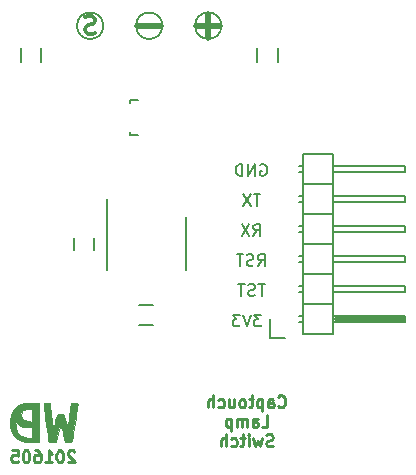
<source format=gbr>
G04 #@! TF.FileFunction,Legend,Bot*
%FSLAX46Y46*%
G04 Gerber Fmt 4.6, Leading zero omitted, Abs format (unit mm)*
G04 Created by KiCad (PCBNEW 4.0.2-stable) date Fri May 27 18:17:46 2016*
%MOMM*%
G01*
G04 APERTURE LIST*
%ADD10C,0.100000*%
%ADD11C,0.200000*%
%ADD12C,0.250000*%
%ADD13C,0.300000*%
%ADD14C,0.500000*%
%ADD15C,0.150000*%
%ADD16C,0.010000*%
G04 APERTURE END LIST*
D10*
D11*
X74421904Y-32268000D02*
X74517142Y-32220381D01*
X74659999Y-32220381D01*
X74802857Y-32268000D01*
X74898095Y-32363238D01*
X74945714Y-32458476D01*
X74993333Y-32648952D01*
X74993333Y-32791810D01*
X74945714Y-32982286D01*
X74898095Y-33077524D01*
X74802857Y-33172762D01*
X74659999Y-33220381D01*
X74564761Y-33220381D01*
X74421904Y-33172762D01*
X74374285Y-33125143D01*
X74374285Y-32791810D01*
X74564761Y-32791810D01*
X73945714Y-33220381D02*
X73945714Y-32220381D01*
X73374285Y-33220381D01*
X73374285Y-32220381D01*
X72898095Y-33220381D02*
X72898095Y-32220381D01*
X72660000Y-32220381D01*
X72517142Y-32268000D01*
X72421904Y-32363238D01*
X72374285Y-32458476D01*
X72326666Y-32648952D01*
X72326666Y-32791810D01*
X72374285Y-32982286D01*
X72421904Y-33077524D01*
X72517142Y-33172762D01*
X72660000Y-33220381D01*
X72898095Y-33220381D01*
X74421905Y-34760381D02*
X73850476Y-34760381D01*
X74136191Y-35760381D02*
X74136191Y-34760381D01*
X73612381Y-34760381D02*
X72945714Y-35760381D01*
X72945714Y-34760381D02*
X73612381Y-35760381D01*
X73826666Y-38300381D02*
X74160000Y-37824190D01*
X74398095Y-38300381D02*
X74398095Y-37300381D01*
X74017142Y-37300381D01*
X73921904Y-37348000D01*
X73874285Y-37395619D01*
X73826666Y-37490857D01*
X73826666Y-37633714D01*
X73874285Y-37728952D01*
X73921904Y-37776571D01*
X74017142Y-37824190D01*
X74398095Y-37824190D01*
X73493333Y-37300381D02*
X72826666Y-38300381D01*
X72826666Y-37300381D02*
X73493333Y-38300381D01*
X74207619Y-40840381D02*
X74540953Y-40364190D01*
X74779048Y-40840381D02*
X74779048Y-39840381D01*
X74398095Y-39840381D01*
X74302857Y-39888000D01*
X74255238Y-39935619D01*
X74207619Y-40030857D01*
X74207619Y-40173714D01*
X74255238Y-40268952D01*
X74302857Y-40316571D01*
X74398095Y-40364190D01*
X74779048Y-40364190D01*
X73826667Y-40792762D02*
X73683810Y-40840381D01*
X73445714Y-40840381D01*
X73350476Y-40792762D01*
X73302857Y-40745143D01*
X73255238Y-40649905D01*
X73255238Y-40554667D01*
X73302857Y-40459429D01*
X73350476Y-40411810D01*
X73445714Y-40364190D01*
X73636191Y-40316571D01*
X73731429Y-40268952D01*
X73779048Y-40221333D01*
X73826667Y-40126095D01*
X73826667Y-40030857D01*
X73779048Y-39935619D01*
X73731429Y-39888000D01*
X73636191Y-39840381D01*
X73398095Y-39840381D01*
X73255238Y-39888000D01*
X72969524Y-39840381D02*
X72398095Y-39840381D01*
X72683810Y-40840381D02*
X72683810Y-39840381D01*
X74802857Y-42380381D02*
X74231428Y-42380381D01*
X74517143Y-43380381D02*
X74517143Y-42380381D01*
X73945714Y-43332762D02*
X73802857Y-43380381D01*
X73564761Y-43380381D01*
X73469523Y-43332762D01*
X73421904Y-43285143D01*
X73374285Y-43189905D01*
X73374285Y-43094667D01*
X73421904Y-42999429D01*
X73469523Y-42951810D01*
X73564761Y-42904190D01*
X73755238Y-42856571D01*
X73850476Y-42808952D01*
X73898095Y-42761333D01*
X73945714Y-42666095D01*
X73945714Y-42570857D01*
X73898095Y-42475619D01*
X73850476Y-42428000D01*
X73755238Y-42380381D01*
X73517142Y-42380381D01*
X73374285Y-42428000D01*
X73088571Y-42380381D02*
X72517142Y-42380381D01*
X72802857Y-43380381D02*
X72802857Y-42380381D01*
X74488095Y-44952381D02*
X73869047Y-44952381D01*
X74202381Y-45333333D01*
X74059523Y-45333333D01*
X73964285Y-45380952D01*
X73916666Y-45428571D01*
X73869047Y-45523810D01*
X73869047Y-45761905D01*
X73916666Y-45857143D01*
X73964285Y-45904762D01*
X74059523Y-45952381D01*
X74345238Y-45952381D01*
X74440476Y-45904762D01*
X74488095Y-45857143D01*
X73583333Y-44952381D02*
X73250000Y-45952381D01*
X72916666Y-44952381D01*
X72678571Y-44952381D02*
X72059523Y-44952381D01*
X72392857Y-45333333D01*
X72249999Y-45333333D01*
X72154761Y-45380952D01*
X72107142Y-45428571D01*
X72059523Y-45523810D01*
X72059523Y-45761905D01*
X72107142Y-45857143D01*
X72154761Y-45904762D01*
X72249999Y-45952381D01*
X72535714Y-45952381D01*
X72630952Y-45904762D01*
X72678571Y-45857143D01*
D12*
X58666667Y-56547619D02*
X58619048Y-56500000D01*
X58523810Y-56452381D01*
X58285714Y-56452381D01*
X58190476Y-56500000D01*
X58142857Y-56547619D01*
X58095238Y-56642857D01*
X58095238Y-56738095D01*
X58142857Y-56880952D01*
X58714286Y-57452381D01*
X58095238Y-57452381D01*
X57476191Y-56452381D02*
X57380952Y-56452381D01*
X57285714Y-56500000D01*
X57238095Y-56547619D01*
X57190476Y-56642857D01*
X57142857Y-56833333D01*
X57142857Y-57071429D01*
X57190476Y-57261905D01*
X57238095Y-57357143D01*
X57285714Y-57404762D01*
X57380952Y-57452381D01*
X57476191Y-57452381D01*
X57571429Y-57404762D01*
X57619048Y-57357143D01*
X57666667Y-57261905D01*
X57714286Y-57071429D01*
X57714286Y-56833333D01*
X57666667Y-56642857D01*
X57619048Y-56547619D01*
X57571429Y-56500000D01*
X57476191Y-56452381D01*
X56190476Y-57452381D02*
X56761905Y-57452381D01*
X56476191Y-57452381D02*
X56476191Y-56452381D01*
X56571429Y-56595238D01*
X56666667Y-56690476D01*
X56761905Y-56738095D01*
X55333333Y-56452381D02*
X55523810Y-56452381D01*
X55619048Y-56500000D01*
X55666667Y-56547619D01*
X55761905Y-56690476D01*
X55809524Y-56880952D01*
X55809524Y-57261905D01*
X55761905Y-57357143D01*
X55714286Y-57404762D01*
X55619048Y-57452381D01*
X55428571Y-57452381D01*
X55333333Y-57404762D01*
X55285714Y-57357143D01*
X55238095Y-57261905D01*
X55238095Y-57023810D01*
X55285714Y-56928571D01*
X55333333Y-56880952D01*
X55428571Y-56833333D01*
X55619048Y-56833333D01*
X55714286Y-56880952D01*
X55761905Y-56928571D01*
X55809524Y-57023810D01*
X54619048Y-56452381D02*
X54523809Y-56452381D01*
X54428571Y-56500000D01*
X54380952Y-56547619D01*
X54333333Y-56642857D01*
X54285714Y-56833333D01*
X54285714Y-57071429D01*
X54333333Y-57261905D01*
X54380952Y-57357143D01*
X54428571Y-57404762D01*
X54523809Y-57452381D01*
X54619048Y-57452381D01*
X54714286Y-57404762D01*
X54761905Y-57357143D01*
X54809524Y-57261905D01*
X54857143Y-57071429D01*
X54857143Y-56833333D01*
X54809524Y-56642857D01*
X54761905Y-56547619D01*
X54714286Y-56500000D01*
X54619048Y-56452381D01*
X53380952Y-56452381D02*
X53857143Y-56452381D01*
X53904762Y-56928571D01*
X53857143Y-56880952D01*
X53761905Y-56833333D01*
X53523809Y-56833333D01*
X53428571Y-56880952D01*
X53380952Y-56928571D01*
X53333333Y-57023810D01*
X53333333Y-57261905D01*
X53380952Y-57357143D01*
X53428571Y-57404762D01*
X53523809Y-57452381D01*
X53761905Y-57452381D01*
X53857143Y-57404762D01*
X53904762Y-57357143D01*
X75916667Y-52707143D02*
X75964286Y-52754762D01*
X76107143Y-52802381D01*
X76202381Y-52802381D01*
X76345239Y-52754762D01*
X76440477Y-52659524D01*
X76488096Y-52564286D01*
X76535715Y-52373810D01*
X76535715Y-52230952D01*
X76488096Y-52040476D01*
X76440477Y-51945238D01*
X76345239Y-51850000D01*
X76202381Y-51802381D01*
X76107143Y-51802381D01*
X75964286Y-51850000D01*
X75916667Y-51897619D01*
X75059524Y-52802381D02*
X75059524Y-52278571D01*
X75107143Y-52183333D01*
X75202381Y-52135714D01*
X75392858Y-52135714D01*
X75488096Y-52183333D01*
X75059524Y-52754762D02*
X75154762Y-52802381D01*
X75392858Y-52802381D01*
X75488096Y-52754762D01*
X75535715Y-52659524D01*
X75535715Y-52564286D01*
X75488096Y-52469048D01*
X75392858Y-52421429D01*
X75154762Y-52421429D01*
X75059524Y-52373810D01*
X74583334Y-52135714D02*
X74583334Y-53135714D01*
X74583334Y-52183333D02*
X74488096Y-52135714D01*
X74297619Y-52135714D01*
X74202381Y-52183333D01*
X74154762Y-52230952D01*
X74107143Y-52326190D01*
X74107143Y-52611905D01*
X74154762Y-52707143D01*
X74202381Y-52754762D01*
X74297619Y-52802381D01*
X74488096Y-52802381D01*
X74583334Y-52754762D01*
X73821429Y-52135714D02*
X73440477Y-52135714D01*
X73678572Y-51802381D02*
X73678572Y-52659524D01*
X73630953Y-52754762D01*
X73535715Y-52802381D01*
X73440477Y-52802381D01*
X72964286Y-52802381D02*
X73059524Y-52754762D01*
X73107143Y-52707143D01*
X73154762Y-52611905D01*
X73154762Y-52326190D01*
X73107143Y-52230952D01*
X73059524Y-52183333D01*
X72964286Y-52135714D01*
X72821428Y-52135714D01*
X72726190Y-52183333D01*
X72678571Y-52230952D01*
X72630952Y-52326190D01*
X72630952Y-52611905D01*
X72678571Y-52707143D01*
X72726190Y-52754762D01*
X72821428Y-52802381D01*
X72964286Y-52802381D01*
X71773809Y-52135714D02*
X71773809Y-52802381D01*
X72202381Y-52135714D02*
X72202381Y-52659524D01*
X72154762Y-52754762D01*
X72059524Y-52802381D01*
X71916666Y-52802381D01*
X71821428Y-52754762D01*
X71773809Y-52707143D01*
X70869047Y-52754762D02*
X70964285Y-52802381D01*
X71154762Y-52802381D01*
X71250000Y-52754762D01*
X71297619Y-52707143D01*
X71345238Y-52611905D01*
X71345238Y-52326190D01*
X71297619Y-52230952D01*
X71250000Y-52183333D01*
X71154762Y-52135714D01*
X70964285Y-52135714D01*
X70869047Y-52183333D01*
X70440476Y-52802381D02*
X70440476Y-51802381D01*
X70011904Y-52802381D02*
X70011904Y-52278571D01*
X70059523Y-52183333D01*
X70154761Y-52135714D01*
X70297619Y-52135714D01*
X70392857Y-52183333D01*
X70440476Y-52230952D01*
X74511904Y-54452381D02*
X74988095Y-54452381D01*
X74988095Y-53452381D01*
X73749999Y-54452381D02*
X73749999Y-53928571D01*
X73797618Y-53833333D01*
X73892856Y-53785714D01*
X74083333Y-53785714D01*
X74178571Y-53833333D01*
X73749999Y-54404762D02*
X73845237Y-54452381D01*
X74083333Y-54452381D01*
X74178571Y-54404762D01*
X74226190Y-54309524D01*
X74226190Y-54214286D01*
X74178571Y-54119048D01*
X74083333Y-54071429D01*
X73845237Y-54071429D01*
X73749999Y-54023810D01*
X73273809Y-54452381D02*
X73273809Y-53785714D01*
X73273809Y-53880952D02*
X73226190Y-53833333D01*
X73130952Y-53785714D01*
X72988094Y-53785714D01*
X72892856Y-53833333D01*
X72845237Y-53928571D01*
X72845237Y-54452381D01*
X72845237Y-53928571D02*
X72797618Y-53833333D01*
X72702380Y-53785714D01*
X72559523Y-53785714D01*
X72464285Y-53833333D01*
X72416666Y-53928571D01*
X72416666Y-54452381D01*
X71940476Y-53785714D02*
X71940476Y-54785714D01*
X71940476Y-53833333D02*
X71845238Y-53785714D01*
X71654761Y-53785714D01*
X71559523Y-53833333D01*
X71511904Y-53880952D01*
X71464285Y-53976190D01*
X71464285Y-54261905D01*
X71511904Y-54357143D01*
X71559523Y-54404762D01*
X71654761Y-54452381D01*
X71845238Y-54452381D01*
X71940476Y-54404762D01*
X75464286Y-56054762D02*
X75321429Y-56102381D01*
X75083333Y-56102381D01*
X74988095Y-56054762D01*
X74940476Y-56007143D01*
X74892857Y-55911905D01*
X74892857Y-55816667D01*
X74940476Y-55721429D01*
X74988095Y-55673810D01*
X75083333Y-55626190D01*
X75273810Y-55578571D01*
X75369048Y-55530952D01*
X75416667Y-55483333D01*
X75464286Y-55388095D01*
X75464286Y-55292857D01*
X75416667Y-55197619D01*
X75369048Y-55150000D01*
X75273810Y-55102381D01*
X75035714Y-55102381D01*
X74892857Y-55150000D01*
X74559524Y-55435714D02*
X74369048Y-56102381D01*
X74178571Y-55626190D01*
X73988095Y-56102381D01*
X73797619Y-55435714D01*
X73416667Y-56102381D02*
X73416667Y-55435714D01*
X73416667Y-55102381D02*
X73464286Y-55150000D01*
X73416667Y-55197619D01*
X73369048Y-55150000D01*
X73416667Y-55102381D01*
X73416667Y-55197619D01*
X73083334Y-55435714D02*
X72702382Y-55435714D01*
X72940477Y-55102381D02*
X72940477Y-55959524D01*
X72892858Y-56054762D01*
X72797620Y-56102381D01*
X72702382Y-56102381D01*
X71940476Y-56054762D02*
X72035714Y-56102381D01*
X72226191Y-56102381D01*
X72321429Y-56054762D01*
X72369048Y-56007143D01*
X72416667Y-55911905D01*
X72416667Y-55626190D01*
X72369048Y-55530952D01*
X72321429Y-55483333D01*
X72226191Y-55435714D01*
X72035714Y-55435714D01*
X71940476Y-55483333D01*
X71511905Y-56102381D02*
X71511905Y-55102381D01*
X71083333Y-56102381D02*
X71083333Y-55578571D01*
X71130952Y-55483333D01*
X71226190Y-55435714D01*
X71369048Y-55435714D01*
X71464286Y-55483333D01*
X71511905Y-55530952D01*
D13*
X60428571Y-21107143D02*
X60214285Y-21178571D01*
X59857142Y-21178571D01*
X59714285Y-21107143D01*
X59642856Y-21035714D01*
X59571428Y-20892857D01*
X59571428Y-20750000D01*
X59642856Y-20607143D01*
X59714285Y-20535714D01*
X59857142Y-20464286D01*
X60142856Y-20392857D01*
X60285714Y-20321429D01*
X60357142Y-20250000D01*
X60428571Y-20107143D01*
X60428571Y-19964286D01*
X60357142Y-19821429D01*
X60285714Y-19750000D01*
X60142856Y-19678571D01*
X59785714Y-19678571D01*
X59571428Y-19750000D01*
D11*
X61118034Y-20500000D02*
G75*
G03X61118034Y-20500000I-1118034J0D01*
G01*
D14*
X64000000Y-20500000D02*
X66000000Y-20500000D01*
D11*
X66118034Y-20500000D02*
G75*
G03X66118034Y-20500000I-1118034J0D01*
G01*
X71118034Y-20500000D02*
G75*
G03X71118034Y-20500000I-1118034J0D01*
G01*
D14*
X69000000Y-20500000D02*
X71000000Y-20500000D01*
X70000000Y-19500000D02*
X70000000Y-21500000D01*
D15*
X75200000Y-46920000D02*
X75200000Y-45370000D01*
X76500000Y-46920000D02*
X75200000Y-46920000D01*
X80691000Y-45497000D02*
X86533000Y-45497000D01*
X86533000Y-45497000D02*
X86533000Y-45243000D01*
X86533000Y-45243000D02*
X80691000Y-45243000D01*
X80691000Y-45243000D02*
X80691000Y-45370000D01*
X80691000Y-45370000D02*
X86533000Y-45370000D01*
X78024000Y-45624000D02*
X77643000Y-45624000D01*
X78024000Y-45116000D02*
X77643000Y-45116000D01*
X78024000Y-43084000D02*
X77643000Y-43084000D01*
X78024000Y-42576000D02*
X77643000Y-42576000D01*
X78024000Y-40544000D02*
X77643000Y-40544000D01*
X78024000Y-40036000D02*
X77643000Y-40036000D01*
X78024000Y-32416000D02*
X77643000Y-32416000D01*
X78024000Y-32924000D02*
X77643000Y-32924000D01*
X78024000Y-34956000D02*
X77643000Y-34956000D01*
X78024000Y-35464000D02*
X77643000Y-35464000D01*
X78024000Y-37496000D02*
X77643000Y-37496000D01*
X78024000Y-38004000D02*
X77643000Y-38004000D01*
X78024000Y-46640000D02*
X80564000Y-46640000D01*
X78024000Y-44100000D02*
X80564000Y-44100000D01*
X78024000Y-44100000D02*
X78024000Y-41560000D01*
X78024000Y-41560000D02*
X80564000Y-41560000D01*
X80564000Y-43084000D02*
X86660000Y-43084000D01*
X86660000Y-43084000D02*
X86660000Y-42576000D01*
X86660000Y-42576000D02*
X80564000Y-42576000D01*
X80564000Y-41560000D02*
X80564000Y-44100000D01*
X80564000Y-44100000D02*
X80564000Y-46640000D01*
X86660000Y-45116000D02*
X80564000Y-45116000D01*
X86660000Y-45624000D02*
X86660000Y-45116000D01*
X80564000Y-45624000D02*
X86660000Y-45624000D01*
X78024000Y-44100000D02*
X80564000Y-44100000D01*
X78024000Y-46640000D02*
X78024000Y-44100000D01*
X78024000Y-36480000D02*
X80564000Y-36480000D01*
X78024000Y-36480000D02*
X78024000Y-33940000D01*
X78024000Y-33940000D02*
X80564000Y-33940000D01*
X80564000Y-35464000D02*
X86660000Y-35464000D01*
X86660000Y-35464000D02*
X86660000Y-34956000D01*
X86660000Y-34956000D02*
X80564000Y-34956000D01*
X80564000Y-33940000D02*
X80564000Y-36480000D01*
X80564000Y-31400000D02*
X80564000Y-33940000D01*
X86660000Y-32416000D02*
X80564000Y-32416000D01*
X86660000Y-32924000D02*
X86660000Y-32416000D01*
X80564000Y-32924000D02*
X86660000Y-32924000D01*
X78024000Y-31400000D02*
X80564000Y-31400000D01*
X78024000Y-33940000D02*
X78024000Y-31400000D01*
X78024000Y-33940000D02*
X80564000Y-33940000D01*
X78024000Y-39020000D02*
X80564000Y-39020000D01*
X78024000Y-39020000D02*
X78024000Y-36480000D01*
X78024000Y-36480000D02*
X80564000Y-36480000D01*
X80564000Y-38004000D02*
X86660000Y-38004000D01*
X86660000Y-38004000D02*
X86660000Y-37496000D01*
X86660000Y-37496000D02*
X80564000Y-37496000D01*
X80564000Y-36480000D02*
X80564000Y-39020000D01*
X80564000Y-39020000D02*
X80564000Y-41560000D01*
X86660000Y-40036000D02*
X80564000Y-40036000D01*
X86660000Y-40544000D02*
X86660000Y-40036000D01*
X80564000Y-40544000D02*
X86660000Y-40544000D01*
X78024000Y-39020000D02*
X80564000Y-39020000D01*
X78024000Y-41560000D02*
X78024000Y-39020000D01*
X78024000Y-41560000D02*
X80564000Y-41560000D01*
X58650000Y-39500000D02*
X58650000Y-38500000D01*
X60350000Y-38500000D02*
X60350000Y-39500000D01*
X63349760Y-29549160D02*
X63349760Y-29500900D01*
X64050800Y-26750180D02*
X63349760Y-26750180D01*
X63349760Y-26750180D02*
X63349760Y-26999100D01*
X63349760Y-29549160D02*
X63349760Y-29749820D01*
X63349760Y-29749820D02*
X64050800Y-29749820D01*
X75875000Y-23550000D02*
X75875000Y-22350000D01*
X74125000Y-22350000D02*
X74125000Y-23550000D01*
X55875000Y-23600000D02*
X55875000Y-22400000D01*
X54125000Y-22400000D02*
X54125000Y-23600000D01*
X65350000Y-44125000D02*
X64150000Y-44125000D01*
X64150000Y-45875000D02*
X65350000Y-45875000D01*
X68150000Y-36725000D02*
X68150000Y-41175000D01*
X61400000Y-35200000D02*
X61400000Y-41175000D01*
D16*
G36*
X56171198Y-52424482D02*
X56121130Y-52467787D01*
X56095418Y-52561149D01*
X56093343Y-52723451D01*
X56114183Y-52973579D01*
X56157220Y-53330417D01*
X56221733Y-53812851D01*
X56278113Y-54226774D01*
X56340714Y-54688985D01*
X56395181Y-55094684D01*
X56438162Y-55418598D01*
X56466303Y-55635455D01*
X56476250Y-55719846D01*
X56546073Y-55737173D01*
X56719232Y-55735067D01*
X56773048Y-55731197D01*
X57069845Y-55706562D01*
X57262688Y-55012192D01*
X57350914Y-54712719D01*
X57427113Y-54487156D01*
X57480076Y-54367167D01*
X57494638Y-54356928D01*
X57531394Y-54446657D01*
X57595583Y-54652095D01*
X57675555Y-54935089D01*
X57706675Y-55051298D01*
X57879607Y-55706562D01*
X58165670Y-55730932D01*
X58357961Y-55734662D01*
X58448712Y-55674702D01*
X58493341Y-55511163D01*
X58496511Y-55492807D01*
X58530639Y-55282061D01*
X58578712Y-54971014D01*
X58636305Y-54589870D01*
X58698988Y-54168828D01*
X58762334Y-53738093D01*
X58821915Y-53327866D01*
X58873303Y-52968349D01*
X58912071Y-52689745D01*
X58933789Y-52522254D01*
X58936875Y-52489148D01*
X58869580Y-52441592D01*
X58713112Y-52416604D01*
X58535603Y-52416269D01*
X58405184Y-52442675D01*
X58377888Y-52472031D01*
X58365971Y-52569211D01*
X58335863Y-52791512D01*
X58291977Y-53106919D01*
X58238724Y-53483420D01*
X58232974Y-53523750D01*
X58091422Y-54515937D01*
X57954845Y-54039687D01*
X57877409Y-53772361D01*
X57814602Y-53560356D01*
X57784750Y-53464218D01*
X57690739Y-53397241D01*
X57505635Y-53365416D01*
X57480676Y-53365000D01*
X57339498Y-53371148D01*
X57248230Y-53411618D01*
X57182217Y-53519446D01*
X57116805Y-53727668D01*
X57066010Y-53920625D01*
X56989323Y-54191166D01*
X56920859Y-54388868D01*
X56874158Y-54475202D01*
X56870740Y-54476250D01*
X56844395Y-54402064D01*
X56808485Y-54199043D01*
X56767366Y-53896491D01*
X56725392Y-53523710D01*
X56717384Y-53444375D01*
X56615187Y-52412500D01*
X56347281Y-52412500D01*
X56246341Y-52412348D01*
X56171198Y-52424482D01*
X56171198Y-52424482D01*
G37*
X56171198Y-52424482D02*
X56121130Y-52467787D01*
X56095418Y-52561149D01*
X56093343Y-52723451D01*
X56114183Y-52973579D01*
X56157220Y-53330417D01*
X56221733Y-53812851D01*
X56278113Y-54226774D01*
X56340714Y-54688985D01*
X56395181Y-55094684D01*
X56438162Y-55418598D01*
X56466303Y-55635455D01*
X56476250Y-55719846D01*
X56546073Y-55737173D01*
X56719232Y-55735067D01*
X56773048Y-55731197D01*
X57069845Y-55706562D01*
X57262688Y-55012192D01*
X57350914Y-54712719D01*
X57427113Y-54487156D01*
X57480076Y-54367167D01*
X57494638Y-54356928D01*
X57531394Y-54446657D01*
X57595583Y-54652095D01*
X57675555Y-54935089D01*
X57706675Y-55051298D01*
X57879607Y-55706562D01*
X58165670Y-55730932D01*
X58357961Y-55734662D01*
X58448712Y-55674702D01*
X58493341Y-55511163D01*
X58496511Y-55492807D01*
X58530639Y-55282061D01*
X58578712Y-54971014D01*
X58636305Y-54589870D01*
X58698988Y-54168828D01*
X58762334Y-53738093D01*
X58821915Y-53327866D01*
X58873303Y-52968349D01*
X58912071Y-52689745D01*
X58933789Y-52522254D01*
X58936875Y-52489148D01*
X58869580Y-52441592D01*
X58713112Y-52416604D01*
X58535603Y-52416269D01*
X58405184Y-52442675D01*
X58377888Y-52472031D01*
X58365971Y-52569211D01*
X58335863Y-52791512D01*
X58291977Y-53106919D01*
X58238724Y-53483420D01*
X58232974Y-53523750D01*
X58091422Y-54515937D01*
X57954845Y-54039687D01*
X57877409Y-53772361D01*
X57814602Y-53560356D01*
X57784750Y-53464218D01*
X57690739Y-53397241D01*
X57505635Y-53365416D01*
X57480676Y-53365000D01*
X57339498Y-53371148D01*
X57248230Y-53411618D01*
X57182217Y-53519446D01*
X57116805Y-53727668D01*
X57066010Y-53920625D01*
X56989323Y-54191166D01*
X56920859Y-54388868D01*
X56874158Y-54475202D01*
X56870740Y-54476250D01*
X56844395Y-54402064D01*
X56808485Y-54199043D01*
X56767366Y-53896491D01*
X56725392Y-53523710D01*
X56717384Y-53444375D01*
X56615187Y-52412500D01*
X56347281Y-52412500D01*
X56246341Y-52412348D01*
X56171198Y-52424482D01*
G36*
X54948282Y-52412796D02*
X54489576Y-52429260D01*
X54151103Y-52489530D01*
X53896631Y-52610568D01*
X53689929Y-52809338D01*
X53502409Y-53089704D01*
X53335213Y-53486518D01*
X53242484Y-53945053D01*
X53232414Y-54399969D01*
X53295824Y-54737619D01*
X53486014Y-55139881D01*
X53762633Y-55433201D01*
X54139641Y-55625697D01*
X54630996Y-55725483D01*
X55027657Y-55744506D01*
X55682500Y-55746250D01*
X55682500Y-54495330D01*
X55047500Y-54495330D01*
X55047500Y-55442703D01*
X54710157Y-55386653D01*
X54439127Y-55323643D01*
X54196701Y-55238913D01*
X54156885Y-55220105D01*
X53965029Y-55079484D01*
X53844600Y-54931834D01*
X53782654Y-54773112D01*
X53725902Y-54557462D01*
X53683869Y-54335999D01*
X53666080Y-54159834D01*
X53682059Y-54080080D01*
X53685750Y-54079375D01*
X53766645Y-54128133D01*
X53905081Y-54246157D01*
X53912378Y-54252982D01*
X54098866Y-54372013D01*
X54370909Y-54440102D01*
X54572338Y-54460960D01*
X55047500Y-54495330D01*
X55682500Y-54495330D01*
X55682500Y-52968125D01*
X55047500Y-52968125D01*
X55047500Y-54020289D01*
X54714095Y-53966975D01*
X54480517Y-53914037D01*
X54307033Y-53847435D01*
X54277532Y-53828049D01*
X54204712Y-53684936D01*
X54177411Y-53462461D01*
X54196386Y-53233570D01*
X54262389Y-53071207D01*
X54269626Y-53063374D01*
X54404119Y-53003948D01*
X54625098Y-52970686D01*
X54706188Y-52968125D01*
X55047500Y-52968125D01*
X55682500Y-52968125D01*
X55682500Y-52412500D01*
X54948282Y-52412796D01*
X54948282Y-52412796D01*
G37*
X54948282Y-52412796D02*
X54489576Y-52429260D01*
X54151103Y-52489530D01*
X53896631Y-52610568D01*
X53689929Y-52809338D01*
X53502409Y-53089704D01*
X53335213Y-53486518D01*
X53242484Y-53945053D01*
X53232414Y-54399969D01*
X53295824Y-54737619D01*
X53486014Y-55139881D01*
X53762633Y-55433201D01*
X54139641Y-55625697D01*
X54630996Y-55725483D01*
X55027657Y-55744506D01*
X55682500Y-55746250D01*
X55682500Y-54495330D01*
X55047500Y-54495330D01*
X55047500Y-55442703D01*
X54710157Y-55386653D01*
X54439127Y-55323643D01*
X54196701Y-55238913D01*
X54156885Y-55220105D01*
X53965029Y-55079484D01*
X53844600Y-54931834D01*
X53782654Y-54773112D01*
X53725902Y-54557462D01*
X53683869Y-54335999D01*
X53666080Y-54159834D01*
X53682059Y-54080080D01*
X53685750Y-54079375D01*
X53766645Y-54128133D01*
X53905081Y-54246157D01*
X53912378Y-54252982D01*
X54098866Y-54372013D01*
X54370909Y-54440102D01*
X54572338Y-54460960D01*
X55047500Y-54495330D01*
X55682500Y-54495330D01*
X55682500Y-52968125D01*
X55047500Y-52968125D01*
X55047500Y-54020289D01*
X54714095Y-53966975D01*
X54480517Y-53914037D01*
X54307033Y-53847435D01*
X54277532Y-53828049D01*
X54204712Y-53684936D01*
X54177411Y-53462461D01*
X54196386Y-53233570D01*
X54262389Y-53071207D01*
X54269626Y-53063374D01*
X54404119Y-53003948D01*
X54625098Y-52970686D01*
X54706188Y-52968125D01*
X55047500Y-52968125D01*
X55682500Y-52968125D01*
X55682500Y-52412500D01*
X54948282Y-52412796D01*
M02*

</source>
